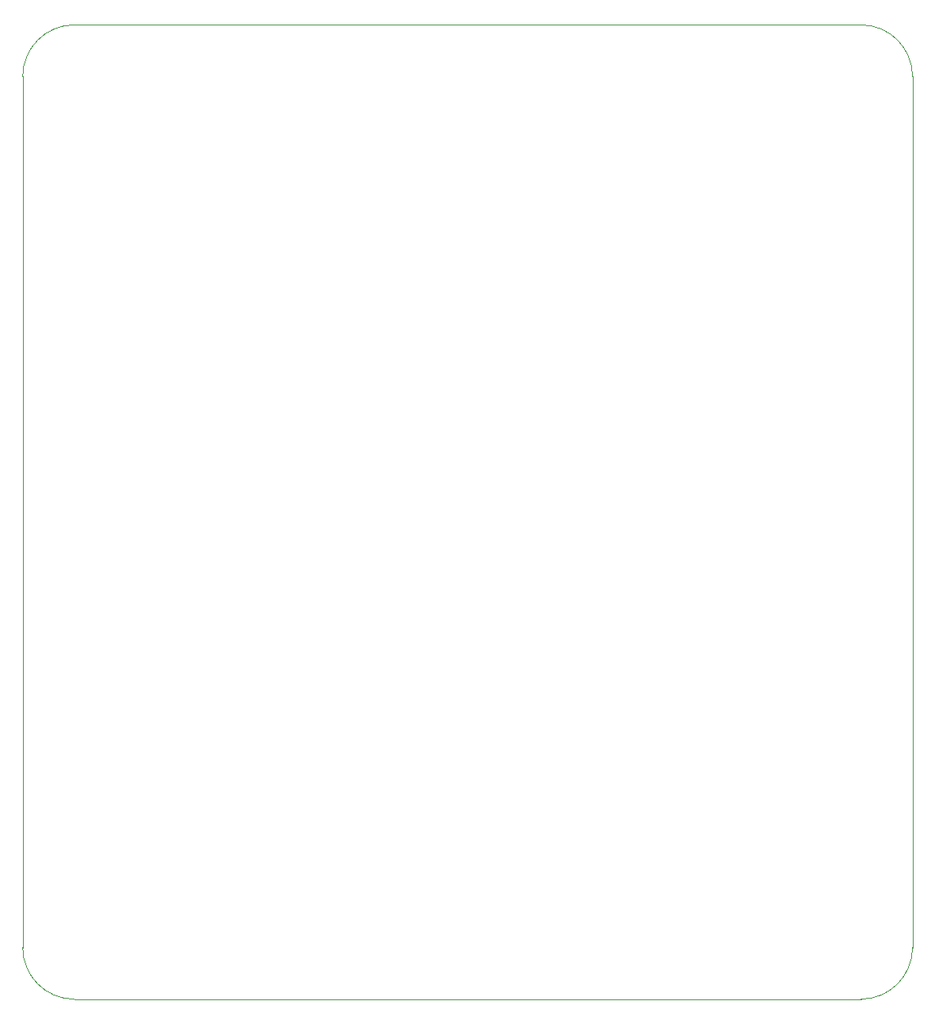
<source format=gm1>
G04 #@! TF.GenerationSoftware,KiCad,Pcbnew,7.0.1*
G04 #@! TF.CreationDate,2023-04-24T18:26:11+10:00*
G04 #@! TF.ProjectId,phi,7068692e-6b69-4636-9164-5f7063625858,rev?*
G04 #@! TF.SameCoordinates,Original*
G04 #@! TF.FileFunction,Profile,NP*
%FSLAX46Y46*%
G04 Gerber Fmt 4.6, Leading zero omitted, Abs format (unit mm)*
G04 Created by KiCad (PCBNEW 7.0.1) date 2023-04-24 18:26:11*
%MOMM*%
%LPD*%
G01*
G04 APERTURE LIST*
G04 #@! TA.AperFunction,Profile*
%ADD10C,0.100000*%
G04 #@! TD*
G04 APERTURE END LIST*
D10*
X150985000Y-32155000D02*
X150985000Y-125155000D01*
X55911000Y-125155000D02*
G75*
G03*
X61411000Y-130655000I5500000J0D01*
G01*
X145485000Y-26655000D02*
X61411000Y-26655000D01*
X145485000Y-130655000D02*
G75*
G03*
X150985000Y-125155000I0J5500000D01*
G01*
X145485000Y-130655000D02*
X61411000Y-130655000D01*
X150985000Y-32155000D02*
G75*
G03*
X145485000Y-26655000I-5500000J0D01*
G01*
X55911000Y-32159000D02*
X55911000Y-125155000D01*
X61411000Y-26659000D02*
G75*
G03*
X55911000Y-32159000I0J-5500000D01*
G01*
M02*

</source>
